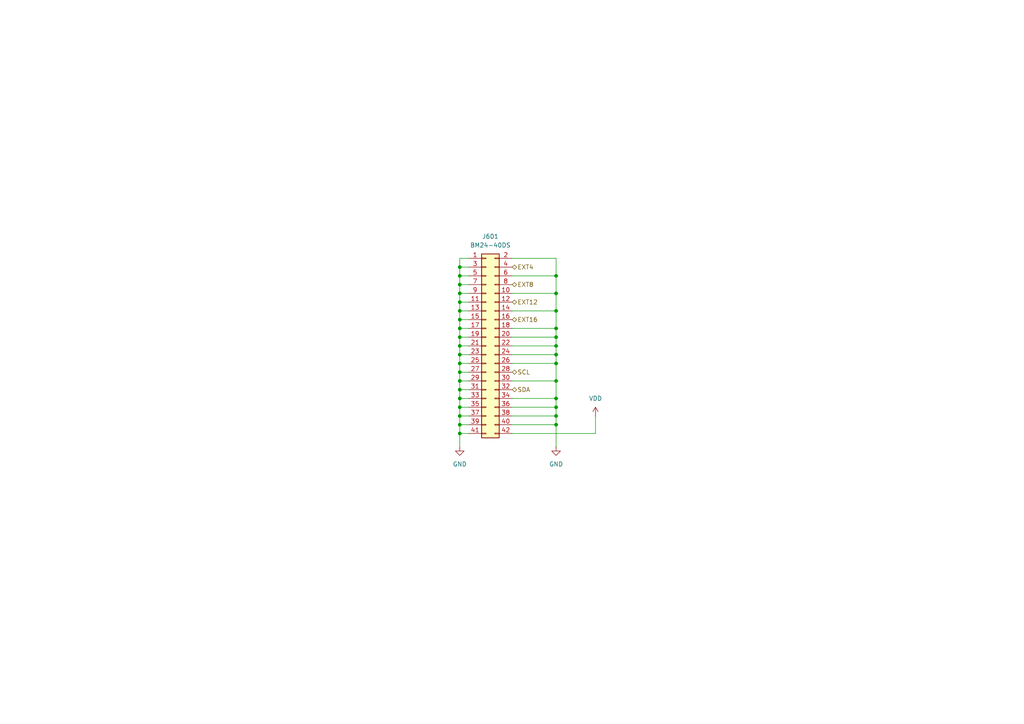
<source format=kicad_sch>
(kicad_sch (version 20231120) (generator "eeschema") (generator_version "8.0")
  (paper "A4")
  (lib_symbols
    (symbol "Connector_Generic:Conn_02x21_Odd_Even" (pin_names (offset 1.016) hide)
      (property "Reference" "J" (at 1.27 27.94 0))
      (property "Value" "Conn_02x21_Odd_Even" (at 1.27 -27.94 0))
      (symbol "Conn_02x21_Odd_Even_1_1"
        (rectangle (start -1.27 -25.273) (end 0 -25.527) (stroke (width 0.1524)))
        (rectangle (start -1.27 -22.733) (end 0 -22.987) (stroke (width 0.1524)))
        (rectangle (start -1.27 -20.193) (end 0 -20.447) (stroke (width 0.1524)))
        (rectangle (start -1.27 -17.653) (end 0 -17.907) (stroke (width 0.1524)))
        (rectangle (start -1.27 -15.113) (end 0 -15.367) (stroke (width 0.1524)))
        (rectangle (start -1.27 -12.573) (end 0 -12.827) (stroke (width 0.1524)))
        (rectangle (start -1.27 -10.033) (end 0 -10.287) (stroke (width 0.1524)))
        (rectangle (start -1.27 -7.493) (end 0 -7.747) (stroke (width 0.1524)))
        (rectangle (start -1.27 -4.953) (end 0 -5.207) (stroke (width 0.1524)))
        (rectangle (start -1.27 -2.413) (end 0 -2.667) (stroke (width 0.1524)))
        (rectangle (start -1.27 0.127) (end 0 -0.127) (stroke (width 0.1524)))
        (rectangle (start -1.27 2.667) (end 0 2.413) (stroke (width 0.1524)))
        (rectangle (start -1.27 5.207) (end 0 4.953) (stroke (width 0.1524)))
        (rectangle (start -1.27 7.747) (end 0 7.493) (stroke (width 0.1524)))
        (rectangle (start -1.27 10.287) (end 0 10.033) (stroke (width 0.1524)))
        (rectangle (start -1.27 12.827) (end 0 12.573) (stroke (width 0.1524)))
        (rectangle (start -1.27 15.367) (end 0 15.113) (stroke (width 0.1524)))
        (rectangle (start -1.27 17.907) (end 0 17.653) (stroke (width 0.1524)))
        (rectangle (start -1.27 20.447) (end 0 20.193) (stroke (width 0.1524)))
        (rectangle (start -1.27 22.987) (end 0 22.733) (stroke (width 0.1524)))
        (rectangle (start -1.27 25.527) (end 0 25.273) (stroke (width 0.1524)))
        (rectangle (start -1.27 26.67) (end 3.81 -26.67) (stroke (width 0.254)) (fill (type background)))
        (rectangle (start 3.81 -25.273) (end 2.54 -25.527) (stroke (width 0.1524)))
        (rectangle (start 3.81 -22.733) (end 2.54 -22.987) (stroke (width 0.1524)))
        (rectangle (start 3.81 -20.193) (end 2.54 -20.447) (stroke (width 0.1524)))
        (rectangle (start 3.81 -17.653) (end 2.54 -17.907) (stroke (width 0.1524)))
        (rectangle (start 3.81 -15.113) (end 2.54 -15.367) (stroke (width 0.1524)))
        (rectangle (start 3.81 -12.573) (end 2.54 -12.827) (stroke (width 0.1524)))
        (rectangle (start 3.81 -10.033) (end 2.54 -10.287) (stroke (width 0.1524)))
        (rectangle (start 3.81 -7.493) (end 2.54 -7.747) (stroke (width 0.1524)))
        (rectangle (start 3.81 -4.953) (end 2.54 -5.207) (stroke (width 0.1524)))
        (rectangle (start 3.81 -2.413) (end 2.54 -2.667) (stroke (width 0.1524)))
        (rectangle (start 3.81 0.127) (end 2.54 -0.127) (stroke (width 0.1524)))
        (rectangle (start 3.81 2.667) (end 2.54 2.413) (stroke (width 0.1524)))
        (rectangle (start 3.81 5.207) (end 2.54 4.953) (stroke (width 0.1524)))
        (rectangle (start 3.81 7.747) (end 2.54 7.493) (stroke (width 0.1524)))
        (rectangle (start 3.81 10.287) (end 2.54 10.033) (stroke (width 0.1524)))
        (rectangle (start 3.81 12.827) (end 2.54 12.573) (stroke (width 0.1524)))
        (rectangle (start 3.81 15.367) (end 2.54 15.113) (stroke (width 0.1524)))
        (rectangle (start 3.81 17.907) (end 2.54 17.653) (stroke (width 0.1524)))
        (rectangle (start 3.81 20.447) (end 2.54 20.193) (stroke (width 0.1524)))
        (rectangle (start 3.81 22.987) (end 2.54 22.733) (stroke (width 0.1524)))
        (rectangle (start 3.81 25.527) (end 2.54 25.273) (stroke (width 0.1524)))
        (pin passive line (at -5.08 25.4 0) (length 3.81) (name "Pin_1") (number "1"))
        (pin passive line (at 7.62 15.24 180) (length 3.81) (name "Pin_10") (number "10"))
        (pin passive line (at -5.08 12.7 0) (length 3.81) (name "Pin_11") (number "11"))
        (pin passive line (at 7.62 12.7 180) (length 3.81) (name "Pin_12") (number "12"))
        (pin passive line (at -5.08 10.16 0) (length 3.81) (name "Pin_13") (number "13"))
        (pin passive line (at 7.62 10.16 180) (length 3.81) (name "Pin_14") (number "14"))
        (pin passive line (at -5.08 7.62 0) (length 3.81) (name "Pin_15") (number "15"))
        (pin passive line (at 7.62 7.62 180) (length 3.81) (name "Pin_16") (number "16"))
        (pin passive line (at -5.08 5.08 0) (length 3.81) (name "Pin_17") (number "17"))
        (pin passive line (at 7.62 5.08 180) (length 3.81) (name "Pin_18") (number "18"))
        (pin passive line (at -5.08 2.54 0) (length 3.81) (name "Pin_19") (number "19"))
        (pin passive line (at 7.62 25.4 180) (length 3.81) (name "Pin_2") (number "2"))
        (pin passive line (at 7.62 2.54 180) (length 3.81) (name "Pin_20") (number "20"))
        (pin passive line (at -5.08 0 0) (length 3.81) (name "Pin_21") (number "21"))
        (pin passive line (at 7.62 0 180) (length 3.81) (name "Pin_22") (number "22"))
        (pin passive line (at -5.08 -2.54 0) (length 3.81) (name "Pin_23") (number "23"))
        (pin passive line (at 7.62 -2.54 180) (length 3.81) (name "Pin_24") (number "24"))
        (pin passive line (at -5.08 -5.08 0) (length 3.81) (name "Pin_25") (number "25"))
        (pin passive line (at 7.62 -5.08 180) (length 3.81) (name "Pin_26") (number "26"))
        (pin passive line (at -5.08 -7.62 0) (length 3.81) (name "Pin_27") (number "27"))
        (pin passive line (at 7.62 -7.62 180) (length 3.81) (name "Pin_28") (number "28"))
        (pin passive line (at -5.08 -10.16 0) (length 3.81) (name "Pin_29") (number "29"))
        (pin passive line (at -5.08 22.86 0) (length 3.81) (name "Pin_3") (number "3"))
        (pin passive line (at 7.62 -10.16 180) (length 3.81) (name "Pin_30") (number "30"))
        (pin passive line (at -5.08 -12.7 0) (length 3.81) (name "Pin_31") (number "31"))
        (pin passive line (at 7.62 -12.7 180) (length 3.81) (name "Pin_32") (number "32"))
        (pin passive line (at -5.08 -15.24 0) (length 3.81) (name "Pin_33") (number "33"))
        (pin passive line (at 7.62 -15.24 180) (length 3.81) (name "Pin_34") (number "34"))
        (pin passive line (at -5.08 -17.78 0) (length 3.81) (name "Pin_35") (number "35"))
        (pin passive line (at 7.62 -17.78 180) (length 3.81) (name "Pin_36") (number "36"))
        (pin passive line (at -5.08 -20.32 0) (length 3.81) (name "Pin_37") (number "37"))
        (pin passive line (at 7.62 -20.32 180) (length 3.81) (name "Pin_38") (number "38"))
        (pin passive line (at -5.08 -22.86 0) (length 3.81) (name "Pin_39") (number "39"))
        (pin passive line (at 7.62 22.86 180) (length 3.81) (name "Pin_4") (number "4"))
        (pin passive line (at 7.62 -22.86 180) (length 3.81) (name "Pin_40") (number "40"))
        (pin passive line (at -5.08 -25.4 0) (length 3.81) (name "Pin_41") (number "41"))
        (pin passive line (at 7.62 -25.4 180) (length 3.81) (name "Pin_42") (number "42"))
        (pin passive line (at -5.08 20.32 0) (length 3.81) (name "Pin_5") (number "5"))
        (pin passive line (at 7.62 20.32 180) (length 3.81) (name "Pin_6") (number "6"))
        (pin passive line (at -5.08 17.78 0) (length 3.81) (name "Pin_7") (number "7"))
        (pin passive line (at 7.62 17.78 180) (length 3.81) (name "Pin_8") (number "8"))
        (pin passive line (at -5.08 15.24 0) (length 3.81) (name "Pin_9") (number "9"))
      )
    )
    (symbol "power:GND" (power) (pin_numbers hide) (pin_names (offset 0) hide)
      (property "Value" "GND" (at 0 -3.81 0))
      (symbol "GND_0_1"
        (polyline (pts (xy 0 0) (xy 0 -1.27) (xy 1.27 -1.27) (xy 0 -2.54) (xy -1.27 -1.27) (xy 0 -1.27)))
      )
      (symbol "GND_1_1"
        (pin power_in line (at 0 0 270) (length 0) (name "~") (number "1"))
      )
    )
    (symbol "power:VDD" (power) (pin_numbers hide) (pin_names (offset 0) hide)
      (property "Value" "VDD" (at 0 3.556 0))
      (symbol "VDD_0_1"
        (polyline (pts (xy -0.762 1.27) (xy 0 2.54)))
        (polyline (pts (xy 0 0) (xy 0 2.54)))
        (polyline (pts (xy 0 2.54) (xy 0.762 1.27)))
      )
      (symbol "VDD_1_1"
        (pin power_in line (at 0 0 90) (length 0) (name "~") (number "1"))
      )
    )
  )
  (junction (at 133.35 82.55))
  (junction (at 133.35 97.79))
  (junction (at 161.29 115.57))
  (junction (at 133.35 92.71))
  (junction (at 133.35 77.47))
  (junction (at 133.35 87.63))
  (junction (at 133.35 100.33))
  (junction (at 133.35 90.17))
  (junction (at 133.35 105.41))
  (junction (at 133.35 80.01))
  (junction (at 133.35 115.57))
  (junction (at 161.29 123.19))
  (junction (at 133.35 113.03))
  (junction (at 161.29 90.17))
  (junction (at 161.29 95.25))
  (junction (at 161.29 80.01))
  (junction (at 161.29 110.49))
  (junction (at 161.29 120.65))
  (junction (at 133.35 110.49))
  (junction (at 133.35 85.09))
  (junction (at 161.29 118.11))
  (junction (at 133.35 123.19))
  (junction (at 161.29 105.41))
  (junction (at 133.35 125.73))
  (junction (at 133.35 118.11))
  (junction (at 161.29 85.09))
  (junction (at 133.35 107.95))
  (junction (at 133.35 120.65))
  (junction (at 161.29 102.87))
  (junction (at 161.29 100.33))
  (junction (at 161.29 97.79))
  (junction (at 133.35 102.87))
  (junction (at 133.35 95.25))
  (wire (pts (xy 161.29 85.09) (xy 161.29 80.01)))
  (wire (pts (xy 161.29 80.01) (xy 161.29 74.93)))
  (wire (pts (xy 133.35 120.65) (xy 133.35 118.11)))
  (wire (pts (xy 133.35 118.11) (xy 135.89 118.11)))
  (wire (pts (xy 148.59 105.41) (xy 161.29 105.41)))
  (wire (pts (xy 133.35 97.79) (xy 133.35 95.25)))
  (wire (pts (xy 148.59 80.01) (xy 161.29 80.01)))
  (wire (pts (xy 133.35 74.93) (xy 135.89 74.93)))
  (wire (pts (xy 148.59 100.33) (xy 161.29 100.33)))
  (wire (pts (xy 133.35 82.55) (xy 133.35 80.01)))
  (wire (pts (xy 161.29 118.11) (xy 161.29 115.57)))
  (wire (pts (xy 133.35 77.47) (xy 135.89 77.47)))
  (wire (pts (xy 161.29 110.49) (xy 161.29 115.57)))
  (wire (pts (xy 133.35 110.49) (xy 135.89 110.49)))
  (wire (pts (xy 133.35 123.19) (xy 133.35 120.65)))
  (wire (pts (xy 133.35 92.71) (xy 135.89 92.71)))
  (wire (pts (xy 161.29 105.41) (xy 161.29 102.87)))
  (wire (pts (xy 133.35 87.63) (xy 135.89 87.63)))
  (wire (pts (xy 133.35 92.71) (xy 133.35 90.17)))
  (wire (pts (xy 133.35 95.25) (xy 133.35 92.71)))
  (wire (pts (xy 133.35 125.73) (xy 135.89 125.73)))
  (wire (pts (xy 148.59 120.65) (xy 161.29 120.65)))
  (wire (pts (xy 133.35 82.55) (xy 135.89 82.55)))
  (wire (pts (xy 133.35 118.11) (xy 133.35 115.57)))
  (wire (pts (xy 148.59 110.49) (xy 161.29 110.49)))
  (wire (pts (xy 133.35 129.54) (xy 133.35 125.73)))
  (wire (pts (xy 161.29 95.25) (xy 161.29 90.17)))
  (wire (pts (xy 161.29 102.87) (xy 161.29 100.33)))
  (wire (pts (xy 161.29 123.19) (xy 148.59 123.19)))
  (wire (pts (xy 133.35 102.87) (xy 135.89 102.87)))
  (wire (pts (xy 133.35 107.95) (xy 135.89 107.95)))
  (wire (pts (xy 133.35 90.17) (xy 135.89 90.17)))
  (wire (pts (xy 133.35 80.01) (xy 133.35 77.47)))
  (wire (pts (xy 148.59 118.11) (xy 161.29 118.11)))
  (wire (pts (xy 133.35 90.17) (xy 133.35 87.63)))
  (wire (pts (xy 133.35 115.57) (xy 135.89 115.57)))
  (wire (pts (xy 133.35 120.65) (xy 135.89 120.65)))
  (wire (pts (xy 161.29 97.79) (xy 161.29 95.25)))
  (wire (pts (xy 161.29 90.17) (xy 161.29 85.09)))
  (wire (pts (xy 148.59 102.87) (xy 161.29 102.87)))
  (wire (pts (xy 133.35 113.03) (xy 133.35 110.49)))
  (wire (pts (xy 133.35 107.95) (xy 133.35 105.41)))
  (wire (pts (xy 161.29 105.41) (xy 161.29 110.49)))
  (wire (pts (xy 133.35 123.19) (xy 135.89 123.19)))
  (wire (pts (xy 133.35 77.47) (xy 133.35 74.93)))
  (wire (pts (xy 161.29 129.54) (xy 161.29 123.19)))
  (wire (pts (xy 148.59 90.17) (xy 161.29 90.17)))
  (wire (pts (xy 133.35 102.87) (xy 133.35 100.33)))
  (wire (pts (xy 172.72 120.65) (xy 172.72 125.73)))
  (wire (pts (xy 161.29 74.93) (xy 148.59 74.93)))
  (wire (pts (xy 133.35 110.49) (xy 133.35 107.95)))
  (wire (pts (xy 133.35 105.41) (xy 133.35 102.87)))
  (wire (pts (xy 161.29 123.19) (xy 161.29 120.65)))
  (wire (pts (xy 133.35 100.33) (xy 135.89 100.33)))
  (wire (pts (xy 133.35 97.79) (xy 135.89 97.79)))
  (wire (pts (xy 133.35 95.25) (xy 135.89 95.25)))
  (wire (pts (xy 133.35 105.41) (xy 135.89 105.41)))
  (wire (pts (xy 133.35 113.03) (xy 135.89 113.03)))
  (wire (pts (xy 161.29 100.33) (xy 161.29 97.79)))
  (wire (pts (xy 133.35 85.09) (xy 135.89 85.09)))
  (wire (pts (xy 133.35 125.73) (xy 133.35 123.19)))
  (wire (pts (xy 133.35 85.09) (xy 133.35 82.55)))
  (wire (pts (xy 133.35 87.63) (xy 133.35 85.09)))
  (wire (pts (xy 148.59 97.79) (xy 161.29 97.79)))
  (wire (pts (xy 161.29 120.65) (xy 161.29 118.11)))
  (wire (pts (xy 148.59 85.09) (xy 161.29 85.09)))
  (wire (pts (xy 133.35 100.33) (xy 133.35 97.79)))
  (wire (pts (xy 148.59 115.57) (xy 161.29 115.57)))
  (wire (pts (xy 133.35 115.57) (xy 133.35 113.03)))
  (wire (pts (xy 133.35 80.01) (xy 135.89 80.01)))
  (wire (pts (xy 148.59 95.25) (xy 161.29 95.25)))
  (wire (pts (xy 172.72 125.73) (xy 148.59 125.73)))
  (hierarchical_label "EXT8" (shape bidirectional) (at 148.59 82.55 0))
  (hierarchical_label "EXT4" (shape bidirectional) (at 148.59 77.47 0))
  (hierarchical_label "EXT16" (shape bidirectional) (at 148.59 92.71 0))
  (hierarchical_label "SCL" (shape bidirectional) (at 148.59 107.95 0))
  (hierarchical_label "SDA" (shape bidirectional) (at 148.59 113.03 0))
  (hierarchical_label "EXT12" (shape bidirectional) (at 148.59 87.63 0))
  (symbol (lib_id "power:GND") (at 161.29 129.54 0) (unit 1)
    (property "Reference" "#PWR0603" (effects (hide yes)))
    (property "Value" "GND" (at 161.29 134.62 0))
    (property "Description" "Power symbol creates a global label with name \"GND\" , ground" (effects (hide yes)))
  )
  (symbol (lib_id "power:VDD") (at 172.72 120.65 0) (unit 1)
    (property "Reference" "#PWR0602" (effects (hide yes)))
    (property "Value" "VDD" (at 172.72 115.57 0))
    (property "Description" "Power symbol creates a global label with name \"VDD\"" (effects (hide yes)))
  )
  (symbol (lib_id "Connector_Generic:Conn_02x21_Odd_Even") (at 140.97 100.33 0) (unit 1)
    (property "Reference" "J601" (at 142.24 68.58 0))
    (property "Value" "BM24-40DS" (at 142.24 71.12 0))
    (property "Footprint" "Connector_Hirose:Hirose_BM24_BM24-40DS-2-0.35V_2x20_P0.35mm_PowerPin2_Vertical" (effects (hide yes)))
    (property "Description" "Generic connector, double row, 02x21, counter clockwise pin numbering scheme (similar to DIP package numbering), script generated (kicad-library-utils/schlib/autogen/connector/)" (effects (hide yes)))
    (property "MFR" "Hirose" (effects (hide yes)))
    (property "MPN" "BM24-40DS/2-0.35V(51)" (effects (hide yes)))
    (property "LCSC" "C424559" (effects (hide yes)))
    (property "JLCPCB Rotation Offset" "-90" (effects (hide yes)))
  )
  (symbol (lib_id "power:GND") (at 133.35 129.54 0) (unit 1)
    (property "Reference" "#PWR0601" (effects (hide yes)))
    (property "Value" "GND" (at 133.35 134.62 0))
    (property "Description" "Power symbol creates a global label with name \"GND\" , ground" (effects (hide yes)))
  )
)
</source>
